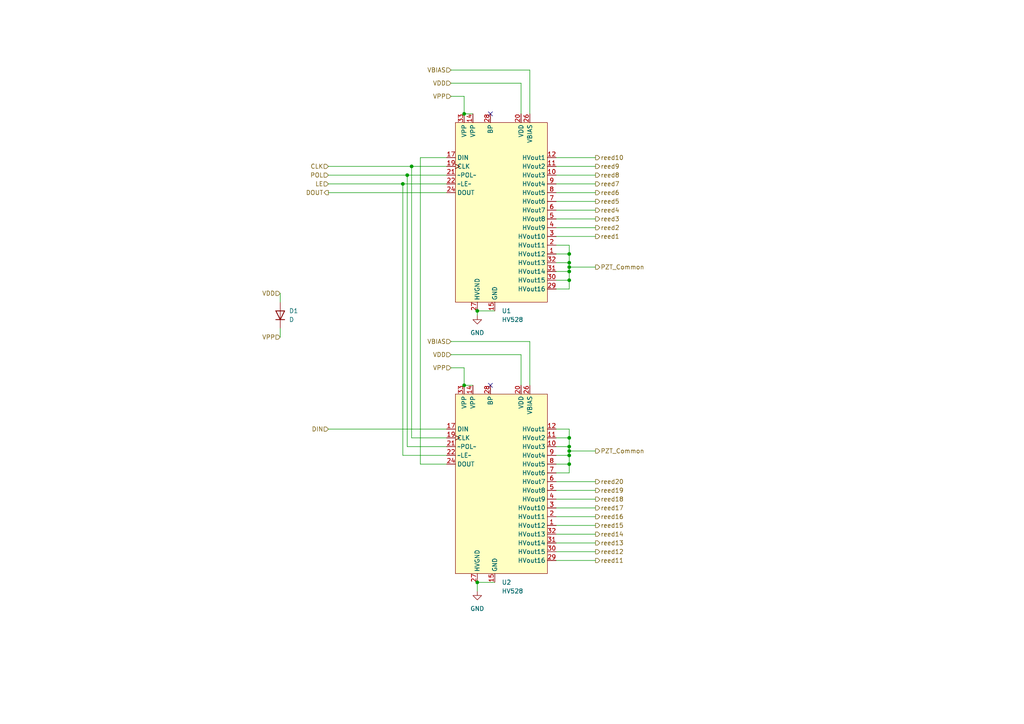
<source format=kicad_sch>
(kicad_sch (version 20211123) (generator eeschema)
  (paper "A4")
  (lib_symbols
    (symbol "Device:D" (pin_numbers hide) (pin_names (offset 1.016) hide)
      (property "Reference" "D" (at 0 2.54 0))
      (property "Value" "D" (at 0 -2.54 0))
      (symbol "D_0_1"
        (polyline (pts (xy -1.27 1.27) (xy -1.27 -1.27)) (stroke (width 0.254)))
        (polyline (pts (xy 1.27 0) (xy -1.27 0)))
        (polyline (pts (xy 1.27 1.27) (xy 1.27 -1.27) (xy -1.27 0) (xy 1.27 1.27)) (stroke (width 0.254)))
      )
      (symbol "D_1_1"
        (pin passive line (at -3.81 0 0) (length 2.54) (name "K") (number "1"))
        (pin passive line (at 3.81 0 180) (length 2.54) (name "A") (number "2"))
      )
    )
    (symbol "HV528_1"
      (property "Reference" "U?" (at 0 31.75 0))
      (property "Value" "HV528_1" (at 0 29.21 0))
      (symbol "HV528_1_0_1"
        (rectangle (start 12.7 -26.67) (end -13.97 25.4) (fill (type background)))
      )
      (symbol "HV528_1_1_1"
        (pin output line (at 15.24 -12.7 180) (length 2.54) (name "HVout12") (number "1"))
        (pin output line (at 15.24 10.16 180) (length 2.54) (name "HVout3") (number "10"))
        (pin output line (at 15.24 12.7 180) (length 2.54) (name "HVout2") (number "11"))
        (pin output line (at 15.24 15.24 180) (length 2.54) (name "HVout1") (number "12"))
        (pin no_connect line (at -16.51 0 0) (length 2.54) hide (name "NC") (number "13"))
        (pin power_in line (at -8.89 27.94 270) (length 2.54) (name "VPP") (number "14"))
        (pin power_in line (at -2.54 -29.21 90) (length 2.54) (name "GND") (number "15"))
        (pin no_connect line (at -16.51 -2.54 0) (length 2.54) hide (name "NC") (number "16"))
        (pin input line (at -16.51 15.24 0) (length 2.54) (name "DIN") (number "17"))
        (pin no_connect line (at -16.51 -5.08 0) (length 2.54) hide (name "NC") (number "18"))
        (pin input clock (at -16.51 12.7 0) (length 2.54) (name "CLK") (number "19"))
        (pin output line (at 15.24 -10.16 180) (length 2.54) (name "HVout11") (number "2"))
        (pin power_in line (at 5.08 27.94 270) (length 2.54) (name "VDD") (number "20"))
        (pin input line (at -16.51 10.16 0) (length 2.54) (name "~POL~") (number "21"))
        (pin input line (at -16.51 7.62 0) (length 2.54) (name "~LE~") (number "22"))
        (pin no_connect line (at -16.51 -7.62 0) (length 2.54) hide (name "NC") (number "23"))
        (pin input line (at -16.51 5.08 0) (length 2.54) (name "DOUT") (number "24"))
        (pin no_connect line (at -16.51 -10.16 0) (length 2.54) hide (name "NC") (number "25"))
        (pin power_in line (at 7.62 27.94 270) (length 2.54) (name "VBIAS") (number "26"))
        (pin power_in line (at -7.62 -29.21 90) (length 2.54) (name "HVGND") (number "27"))
        (pin power_out line (at -3.81 27.94 270) (length 2.54) (name "BP") (number "28"))
        (pin output line (at 15.24 -22.86 180) (length 2.54) (name "HVout16") (number "29"))
        (pin output line (at 15.24 -7.62 180) (length 2.54) (name "HVout10") (number "3"))
        (pin output line (at 15.24 -20.32 180) (length 2.54) (name "HVout15") (number "30"))
        (pin output line (at 15.24 -17.78 180) (length 2.54) (name "HVout14") (number "31"))
        (pin output line (at 15.24 -15.24 180) (length 2.54) (name "HVout13") (number "32"))
        (pin power_in line (at -11.43 27.94 270) (length 2.54) (name "VPP") (number "33"))
        (pin output line (at 15.24 -5.08 180) (length 2.54) (name "HVout9") (number "4"))
        (pin output line (at 15.24 -2.54 180) (length 2.54) (name "HVout8") (number "5"))
        (pin output line (at 15.24 0 180) (length 2.54) (name "HVout7") (number "6"))
        (pin output line (at 15.24 2.54 180) (length 2.54) (name "HVout6") (number "7"))
        (pin output line (at 15.24 5.08 180) (length 2.54) (name "HVout5") (number "8"))
        (pin output line (at 15.24 7.62 180) (length 2.54) (name "HVout4") (number "9"))
      )
    )
    (symbol "microchip_hv:HV528"
      (property "Reference" "U?" (at 0 31.75 0))
      (property "Value" "HV528" (at 0 29.21 0))
      (symbol "HV528_0_1"
        (rectangle (start 12.7 -26.67) (end -13.97 25.4) (fill (type background)))
      )
      (symbol "HV528_1_1"
        (pin output line (at 15.24 -12.7 180) (length 2.54) (name "HVout12") (number "1"))
        (pin output line (at 15.24 10.16 180) (length 2.54) (name "HVout3") (number "10"))
        (pin output line (at 15.24 12.7 180) (length 2.54) (name "HVout2") (number "11"))
        (pin output line (at 15.24 15.24 180) (length 2.54) (name "HVout1") (number "12"))
        (pin no_connect line (at -16.51 0 0) (length 2.54) hide (name "NC") (number "13"))
        (pin power_in line (at -8.89 27.94 270) (length 2.54) (name "VPP") (number "14"))
        (pin power_in line (at -2.54 -29.21 90) (length 2.54) (name "GND") (number "15"))
        (pin no_connect line (at -16.51 -2.54 0) (length 2.54) hide (name "NC") (number "16"))
        (pin input line (at -16.51 15.24 0) (length 2.54) (name "DIN") (number "17"))
        (pin no_connect line (at -16.51 -5.08 0) (length 2.54) hide (name "NC") (number "18"))
        (pin input clock (at -16.51 12.7 0) (length 2.54) (name "CLK") (number "19"))
        (pin output line (at 15.24 -10.16 180) (length 2.54) (name "HVout11") (number "2"))
        (pin power_in line (at 5.08 27.94 270) (length 2.54) (name "VDD") (number "20"))
        (pin input line (at -16.51 10.16 0) (length 2.54) (name "~POL~") (number "21"))
        (pin input line (at -16.51 7.62 0) (length 2.54) (name "~LE~") (number "22"))
        (pin no_connect line (at -16.51 -7.62 0) (length 2.54) hide (name "NC") (number "23"))
        (pin input line (at -16.51 5.08 0) (length 2.54) (name "DOUT") (number "24"))
        (pin no_connect line (at -16.51 -10.16 0) (length 2.54) hide (name "NC") (number "25"))
        (pin power_in line (at 7.62 27.94 270) (length 2.54) (name "VBIAS") (number "26"))
        (pin power_in line (at -7.62 -29.21 90) (length 2.54) (name "HVGND") (number "27"))
        (pin power_out line (at -3.81 27.94 270) (length 2.54) (name "BP") (number "28"))
        (pin output line (at 15.24 -22.86 180) (length 2.54) (name "HVout16") (number "29"))
        (pin output line (at 15.24 -7.62 180) (length 2.54) (name "HVout10") (number "3"))
        (pin output line (at 15.24 -20.32 180) (length 2.54) (name "HVout15") (number "30"))
        (pin output line (at 15.24 -17.78 180) (length 2.54) (name "HVout14") (number "31"))
        (pin output line (at 15.24 -15.24 180) (length 2.54) (name "HVout13") (number "32"))
        (pin power_in line (at -11.43 27.94 270) (length 2.54) (name "VPP") (number "33"))
        (pin output line (at 15.24 -5.08 180) (length 2.54) (name "HVout9") (number "4"))
        (pin output line (at 15.24 -2.54 180) (length 2.54) (name "HVout8") (number "5"))
        (pin output line (at 15.24 0 180) (length 2.54) (name "HVout7") (number "6"))
        (pin output line (at 15.24 2.54 180) (length 2.54) (name "HVout6") (number "7"))
        (pin output line (at 15.24 5.08 180) (length 2.54) (name "HVout5") (number "8"))
        (pin output line (at 15.24 7.62 180) (length 2.54) (name "HVout4") (number "9"))
      )
    )
    (symbol "power:GND" (power) (pin_names (offset 0))
      (property "Value" "GND" (at 0 -3.81 0))
      (symbol "GND_0_1"
        (polyline (pts (xy 0 0) (xy 0 -1.27) (xy 1.27 -1.27) (xy 0 -2.54) (xy -1.27 -1.27) (xy 0 -1.27)))
      )
      (symbol "GND_1_1"
        (pin power_in line (at 0 0 270) (length 0) hide (name "GND") (number "1"))
      )
    )
  )
  (junction (at 165.1 77.47))
  (junction (at 116.84 53.34))
  (junction (at 134.62 111.76))
  (junction (at 165.1 76.2))
  (junction (at 118.11 50.8))
  (junction (at 134.62 33.02))
  (junction (at 119.38 48.26))
  (junction (at 165.1 129.54))
  (junction (at 165.1 134.62))
  (junction (at 165.1 130.81))
  (junction (at 165.1 132.08))
  (junction (at 138.43 90.17))
  (junction (at 165.1 78.74))
  (junction (at 165.1 73.66))
  (junction (at 165.1 127))
  (junction (at 138.43 168.91))
  (junction (at 165.1 81.28))
  (no_connect (at 142.24 111.76))
  (no_connect (at 142.24 33.02))
  (wire (pts (xy 172.72 48.26) (xy 161.29 48.26)))
  (wire (pts (xy 165.1 76.2) (xy 165.1 77.47)))
  (wire (pts (xy 161.29 81.28) (xy 165.1 81.28)))
  (wire (pts (xy 165.1 129.54) (xy 165.1 127)))
  (wire (pts (xy 116.84 53.34) (xy 116.84 132.08)))
  (wire (pts (xy 172.72 55.88) (xy 161.29 55.88)))
  (wire (pts (xy 172.72 144.78) (xy 161.29 144.78)))
  (wire (pts (xy 172.72 154.94) (xy 161.29 154.94)))
  (wire (pts (xy 81.28 97.79) (xy 81.28 95.25)))
  (wire (pts (xy 172.72 60.96) (xy 161.29 60.96)))
  (wire (pts (xy 138.43 90.17) (xy 143.51 90.17)))
  (wire (pts (xy 130.81 20.32) (xy 153.67 20.32)))
  (wire (pts (xy 165.1 137.16) (xy 165.1 134.62)))
  (wire (pts (xy 134.62 33.02) (xy 137.16 33.02)))
  (wire (pts (xy 121.92 134.62) (xy 121.92 45.72)))
  (wire (pts (xy 161.29 83.82) (xy 165.1 83.82)))
  (wire (pts (xy 118.11 129.54) (xy 129.54 129.54)))
  (wire (pts (xy 165.1 127) (xy 165.1 124.46)))
  (wire (pts (xy 95.25 48.26) (xy 119.38 48.26)))
  (wire (pts (xy 153.67 33.02) (xy 153.67 20.32)))
  (wire (pts (xy 172.72 50.8) (xy 161.29 50.8)))
  (wire (pts (xy 161.29 73.66) (xy 165.1 73.66)))
  (wire (pts (xy 161.29 132.08) (xy 165.1 132.08)))
  (wire (pts (xy 165.1 130.81) (xy 165.1 132.08)))
  (wire (pts (xy 172.72 147.32) (xy 161.29 147.32)))
  (wire (pts (xy 161.29 71.12) (xy 165.1 71.12)))
  (wire (pts (xy 172.72 63.5) (xy 161.29 63.5)))
  (wire (pts (xy 119.38 48.26) (xy 129.54 48.26)))
  (wire (pts (xy 138.43 91.44) (xy 138.43 90.17)))
  (wire (pts (xy 165.1 81.28) (xy 165.1 78.74)))
  (wire (pts (xy 161.29 124.46) (xy 165.1 124.46)))
  (wire (pts (xy 134.62 111.76) (xy 134.62 106.68)))
  (wire (pts (xy 130.81 99.06) (xy 153.67 99.06)))
  (wire (pts (xy 172.72 162.56) (xy 161.29 162.56)))
  (wire (pts (xy 161.29 127) (xy 165.1 127)))
  (wire (pts (xy 130.81 24.13) (xy 151.13 24.13)))
  (wire (pts (xy 118.11 50.8) (xy 118.11 129.54)))
  (wire (pts (xy 151.13 33.02) (xy 151.13 24.13)))
  (wire (pts (xy 95.25 55.88) (xy 129.54 55.88)))
  (wire (pts (xy 161.29 78.74) (xy 165.1 78.74)))
  (wire (pts (xy 95.25 50.8) (xy 118.11 50.8)))
  (wire (pts (xy 172.72 160.02) (xy 161.29 160.02)))
  (wire (pts (xy 129.54 134.62) (xy 121.92 134.62)))
  (wire (pts (xy 161.29 137.16) (xy 165.1 137.16)))
  (wire (pts (xy 165.1 130.81) (xy 172.72 130.81)))
  (wire (pts (xy 95.25 53.34) (xy 116.84 53.34)))
  (wire (pts (xy 151.13 111.76) (xy 151.13 102.87)))
  (wire (pts (xy 165.1 71.12) (xy 165.1 73.66)))
  (wire (pts (xy 172.72 152.4) (xy 161.29 152.4)))
  (wire (pts (xy 121.92 45.72) (xy 129.54 45.72)))
  (wire (pts (xy 172.72 66.04) (xy 161.29 66.04)))
  (wire (pts (xy 95.25 124.46) (xy 129.54 124.46)))
  (wire (pts (xy 165.1 73.66) (xy 165.1 76.2)))
  (wire (pts (xy 172.72 157.48) (xy 161.29 157.48)))
  (wire (pts (xy 116.84 132.08) (xy 129.54 132.08)))
  (wire (pts (xy 138.43 168.91) (xy 143.51 168.91)))
  (wire (pts (xy 130.81 102.87) (xy 151.13 102.87)))
  (wire (pts (xy 172.72 45.72) (xy 161.29 45.72)))
  (wire (pts (xy 118.11 50.8) (xy 129.54 50.8)))
  (wire (pts (xy 172.72 149.86) (xy 161.29 149.86)))
  (wire (pts (xy 116.84 53.34) (xy 129.54 53.34)))
  (wire (pts (xy 134.62 27.94) (xy 130.81 27.94)))
  (wire (pts (xy 165.1 83.82) (xy 165.1 81.28)))
  (wire (pts (xy 161.29 134.62) (xy 165.1 134.62)))
  (wire (pts (xy 130.81 106.68) (xy 134.62 106.68)))
  (wire (pts (xy 119.38 127) (xy 129.54 127)))
  (wire (pts (xy 165.1 77.47) (xy 165.1 78.74)))
  (wire (pts (xy 172.72 139.7) (xy 161.29 139.7)))
  (wire (pts (xy 134.62 27.94) (xy 134.62 33.02)))
  (wire (pts (xy 172.72 58.42) (xy 161.29 58.42)))
  (wire (pts (xy 134.62 111.76) (xy 137.16 111.76)))
  (wire (pts (xy 81.28 85.09) (xy 81.28 87.63)))
  (wire (pts (xy 172.72 142.24) (xy 161.29 142.24)))
  (wire (pts (xy 165.1 134.62) (xy 165.1 132.08)))
  (wire (pts (xy 172.72 53.34) (xy 161.29 53.34)))
  (wire (pts (xy 153.67 111.76) (xy 153.67 99.06)))
  (wire (pts (xy 119.38 48.26) (xy 119.38 127)))
  (wire (pts (xy 161.29 76.2) (xy 165.1 76.2)))
  (wire (pts (xy 165.1 77.47) (xy 172.72 77.47)))
  (wire (pts (xy 172.72 68.58) (xy 161.29 68.58)))
  (wire (pts (xy 161.29 129.54) (xy 165.1 129.54)))
  (wire (pts (xy 138.43 171.45) (xy 138.43 168.91)))
  (wire (pts (xy 165.1 129.54) (xy 165.1 130.81)))
  (hierarchical_label "reed2" (shape output) (at 172.72 66.04 0))
  (hierarchical_label "DOUT" (shape output) (at 95.25 55.88 180))
  (hierarchical_label "reed13" (shape output) (at 172.72 157.48 0))
  (hierarchical_label "CLK" (shape input) (at 95.25 48.26 180))
  (hierarchical_label "reed10" (shape output) (at 172.72 45.72 0))
  (hierarchical_label "reed5" (shape output) (at 172.72 58.42 0))
  (hierarchical_label "VPP" (shape input) (at 130.81 27.94 180))
  (hierarchical_label "reed3" (shape output) (at 172.72 63.5 0))
  (hierarchical_label "reed4" (shape output) (at 172.72 60.96 0))
  (hierarchical_label "reed16" (shape output) (at 172.72 149.86 0))
  (hierarchical_label "VDD" (shape input) (at 81.28 85.09 180))
  (hierarchical_label "reed20" (shape output) (at 172.72 139.7 0))
  (hierarchical_label "PZT_Common" (shape output) (at 172.72 77.47 0))
  (hierarchical_label "reed11" (shape output) (at 172.72 162.56 0))
  (hierarchical_label "reed9" (shape output) (at 172.72 48.26 0))
  (hierarchical_label "VDD" (shape input) (at 130.81 24.13 180))
  (hierarchical_label "reed8" (shape output) (at 172.72 50.8 0))
  (hierarchical_label "VPP" (shape input) (at 130.81 106.68 180))
  (hierarchical_label "reed6" (shape output) (at 172.72 55.88 0))
  (hierarchical_label "POL" (shape input) (at 95.25 50.8 180))
  (hierarchical_label "reed18" (shape output) (at 172.72 144.78 0))
  (hierarchical_label "reed12" (shape output) (at 172.72 160.02 0))
  (hierarchical_label "reed17" (shape output) (at 172.72 147.32 0))
  (hierarchical_label "VBIAS" (shape input) (at 130.81 20.32 180))
  (hierarchical_label "LE" (shape input) (at 95.25 53.34 180))
  (hierarchical_label "reed19" (shape output) (at 172.72 142.24 0))
  (hierarchical_label "VDD" (shape input) (at 130.81 102.87 180))
  (hierarchical_label "reed7" (shape output) (at 172.72 53.34 0))
  (hierarchical_label "reed15" (shape output) (at 172.72 152.4 0))
  (hierarchical_label "reed1" (shape output) (at 172.72 68.58 0))
  (hierarchical_label "VPP" (shape input) (at 81.28 97.79 180))
  (hierarchical_label "PZT_Common" (shape output) (at 172.72 130.81 0))
  (hierarchical_label "reed14" (shape output) (at 172.72 154.94 0))
  (hierarchical_label "VBIAS" (shape input) (at 130.81 99.06 180))
  (hierarchical_label "DIN" (shape input) (at 95.25 124.46 180))
  (symbol (lib_id "Device:D") (at 81.28 91.44 90) (unit 1)
    (property "Reference" "D1" (at 83.82 90.1699 90) (effects (justify right)))
    (property "Value" "D" (at 83.82 92.7099 90) (effects (justify right)))
    (property "Footprint" "Diode_SMD:D_SOD-123F" (effects hide))
    (property "Part" " DSK120-K120" (effects hide))
  )
  (symbol (lib_id "microchip_hv:HV528") (at 146.05 60.96 0) (unit 1)
    (property "Reference" "U1" (at 145.5294 90.17 0) (effects (justify left)))
    (property "Value" "HV528" (at 145.5294 92.71 0) (effects (justify left)))
    (property "Footprint" "Package_DFN_QFN:HVQFN-32-1EP_5x5mm_P0.5mm_EP3.1x3.1mm_ThermalVias" (effects hide))
  )
  (symbol (lib_id "power:GND") (at 138.43 171.45 0) (unit 1)
    (property "Reference" "#PWR02" (effects hide))
    (property "Value" "GND" (at 138.43 176.53 0))
  )
  (symbol (lib_id "power:GND") (at 138.43 91.44 0) (unit 1)
    (property "Reference" "#PWR01" (effects hide))
    (property "Value" "GND" (at 138.43 96.52 0))
  )
  (symbol (lib_name "HV528_1") (lib_id "microchip_hv:HV528") (at 146.05 139.7 0) (unit 1)
    (property "Reference" "U2" (at 145.5294 168.91 0) (effects (justify left)))
    (property "Value" "HV528" (at 145.5294 171.45 0) (effects (justify left)))
    (property "Footprint" "Package_DFN_QFN:HVQFN-32-1EP_5x5mm_P0.5mm_EP3.1x3.1mm_ThermalVias" (effects hide))
  )
)
</source>
